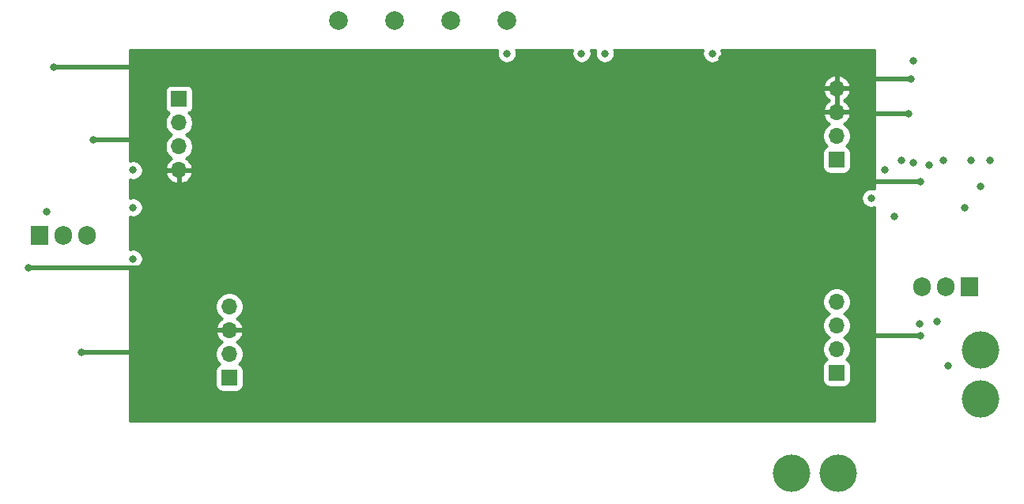
<source format=gbr>
%TF.GenerationSoftware,KiCad,Pcbnew,(5.1.6)-1*%
%TF.CreationDate,2020-11-02T11:11:50+01:00*%
%TF.ProjectId,ltz10v,6c747a31-3076-42e6-9b69-6361645f7063,rev?*%
%TF.SameCoordinates,Original*%
%TF.FileFunction,Copper,L2,Inr*%
%TF.FilePolarity,Positive*%
%FSLAX46Y46*%
G04 Gerber Fmt 4.6, Leading zero omitted, Abs format (unit mm)*
G04 Created by KiCad (PCBNEW (5.1.6)-1) date 2020-11-02 11:11:50*
%MOMM*%
%LPD*%
G01*
G04 APERTURE LIST*
%TA.AperFunction,ViaPad*%
%ADD10C,1.998980*%
%TD*%
%TA.AperFunction,ViaPad*%
%ADD11C,4.000500*%
%TD*%
%TA.AperFunction,ViaPad*%
%ADD12R,1.700000X1.700000*%
%TD*%
%TA.AperFunction,ViaPad*%
%ADD13O,1.700000X1.700000*%
%TD*%
%TA.AperFunction,ViaPad*%
%ADD14O,1.905000X2.000000*%
%TD*%
%TA.AperFunction,ViaPad*%
%ADD15R,1.905000X2.000000*%
%TD*%
%TA.AperFunction,ViaPad*%
%ADD16C,0.800000*%
%TD*%
%TA.AperFunction,Conductor*%
%ADD17C,0.500000*%
%TD*%
%TA.AperFunction,Conductor*%
%ADD18C,0.254000*%
%TD*%
G04 APERTURE END LIST*
D10*
%TO.N,Net-(J12-Pad1)*%
%TO.C,J12*%
X142500000Y-67500000D03*
%TD*%
%TO.N,Net-(C29-Pad2)*%
%TO.C,J11*%
X136500000Y-67500000D03*
%TD*%
%TO.N,Net-(J10-Pad1)*%
%TO.C,J10*%
X148500000Y-67500000D03*
%TD*%
%TO.N,Net-(J9-Pad1)*%
%TO.C,J9*%
X154500000Y-67500000D03*
%TD*%
D11*
%TO.N,Net-(D3-Pad2)*%
%TO.C,J8*%
X185000000Y-116000000D03*
%TD*%
%TO.N,Net-(D1-Pad2)*%
%TO.C,J3*%
X190000000Y-116000000D03*
%TD*%
D12*
%TO.N,/battery/11V*%
%TO.C,J1*%
X189819000Y-82369500D03*
D13*
X189819000Y-79829500D03*
%TO.N,GND*%
X189819000Y-77289500D03*
X189819000Y-74749500D03*
%TD*%
D14*
%TO.N,/temperature/sheet5FAD990D/H*%
%TO.C,Q3*%
X109580000Y-90500000D03*
%TO.N,+12V*%
X107040000Y-90500000D03*
D15*
%TO.N,Net-(Q3-Pad1)*%
X104500000Y-90500000D03*
%TD*%
D11*
%TO.N,GND*%
%TO.C,J6*%
X205250000Y-108000000D03*
%TD*%
%TO.N,Net-(J7-Pad1)*%
%TO.C,J7*%
X205250000Y-102750000D03*
%TD*%
D13*
%TO.N,GND*%
%TO.C,J4*%
X119397500Y-83512500D03*
%TO.N,/temperature/t_fb2*%
X119397500Y-80972500D03*
%TO.N,/temperature/t_fb1*%
X119397500Y-78432500D03*
D12*
%TO.N,Net-(J4-Pad1)*%
X119397500Y-75892500D03*
%TD*%
D14*
%TO.N,Net-(Q1-Pad3)*%
%TO.C,Q1*%
X198920000Y-96000000D03*
%TO.N,+15V*%
X201460000Y-96000000D03*
D15*
%TO.N,Net-(Q1-Pad1)*%
X204000000Y-96000000D03*
%TD*%
D13*
%TO.N,+5V*%
%TO.C,J5*%
X124795000Y-98117500D03*
%TO.N,GND*%
X124795000Y-100657500D03*
%TO.N,Net-(J5-Pad2)*%
X124795000Y-103197500D03*
D12*
%TO.N,Net-(J5-Pad1)*%
X124795000Y-105737500D03*
%TD*%
D13*
%TO.N,/buffer/Zener_drive-*%
%TO.C,J2*%
X189819000Y-97609500D03*
X189819000Y-100149500D03*
%TO.N,/buffer/Zener_drive+*%
X189819000Y-102689500D03*
D12*
X189819000Y-105229500D03*
%TD*%
D16*
%TO.N,GND*%
X109000000Y-103000000D03*
X103250000Y-94000000D03*
X110250000Y-80250000D03*
X106000000Y-72500000D03*
X188000000Y-90500000D03*
X188000000Y-73500000D03*
X188000000Y-107500000D03*
X188000000Y-81500000D03*
X188000000Y-99500000D03*
X197500000Y-77500000D03*
X197750000Y-73750000D03*
X198750000Y-101250000D03*
X193250000Y-90500000D03*
X198750000Y-84750000D03*
X193250000Y-109750000D03*
X123000000Y-110000000D03*
X133000000Y-110000000D03*
X143000000Y-110000000D03*
X153000000Y-110000000D03*
X163000000Y-110000000D03*
X168500000Y-110000000D03*
X176500000Y-110000000D03*
X193000000Y-108500000D03*
X191500000Y-108500000D03*
X191500000Y-110000000D03*
X174000000Y-71000000D03*
X152500000Y-108500000D03*
X177500000Y-71500000D03*
X167000000Y-71000000D03*
%TO.N,+15V*%
X199750000Y-83000000D03*
X198000000Y-71750000D03*
%TO.N,Net-(Q1-Pad1)*%
X206250000Y-82500000D03*
%TO.N,/temperature/sheet5FAD990D/H*%
X105250000Y-88000000D03*
%TO.N,Net-(Q2-Pad1)*%
X195000000Y-83500000D03*
X201750000Y-104500000D03*
%TO.N,Net-(R901-Pad1)*%
X196750000Y-82500000D03*
X203500000Y-87500000D03*
%TO.N,Net-(J7-Pad1)*%
X195967480Y-88500000D03*
%TO.N,Net-(C10-Pad1)*%
X204250000Y-82500000D03*
X205250000Y-85250000D03*
%TO.N,Net-(C11-Pad2)*%
X198000000Y-82750000D03*
X198725002Y-100000000D03*
%TO.N,Net-(C11-Pad1)*%
X201250000Y-82500000D03*
X200606725Y-99723038D03*
%TO.N,+12V*%
X193500000Y-86500000D03*
X114500000Y-83500000D03*
X114500000Y-87500000D03*
X114500000Y-93000000D03*
X162500000Y-71000000D03*
X176500000Y-71000000D03*
X154500000Y-71000000D03*
X165000000Y-71000000D03*
%TD*%
D17*
%TO.N,GND*%
X110250000Y-80250000D02*
X115250000Y-80250000D01*
X109000000Y-103000000D02*
X114750000Y-103000000D01*
X103250000Y-94000000D02*
X115000000Y-94000000D01*
X106000000Y-72500000D02*
X114750000Y-72500000D01*
X197500000Y-77500000D02*
X193500000Y-77500000D01*
X197750000Y-73750000D02*
X193250000Y-73750000D01*
X198750000Y-101250000D02*
X193250000Y-101250000D01*
X198750000Y-84750000D02*
X193250000Y-84750000D01*
%TD*%
D18*
%TO.N,GND*%
G36*
X153504774Y-70698102D02*
G01*
X153465000Y-70898061D01*
X153465000Y-71101939D01*
X153504774Y-71301898D01*
X153582795Y-71490256D01*
X153696063Y-71659774D01*
X153840226Y-71803937D01*
X154009744Y-71917205D01*
X154198102Y-71995226D01*
X154398061Y-72035000D01*
X154601939Y-72035000D01*
X154801898Y-71995226D01*
X154990256Y-71917205D01*
X155159774Y-71803937D01*
X155303937Y-71659774D01*
X155417205Y-71490256D01*
X155495226Y-71301898D01*
X155535000Y-71101939D01*
X155535000Y-70898061D01*
X155495226Y-70698102D01*
X155465774Y-70627000D01*
X161534226Y-70627000D01*
X161504774Y-70698102D01*
X161465000Y-70898061D01*
X161465000Y-71101939D01*
X161504774Y-71301898D01*
X161582795Y-71490256D01*
X161696063Y-71659774D01*
X161840226Y-71803937D01*
X162009744Y-71917205D01*
X162198102Y-71995226D01*
X162398061Y-72035000D01*
X162601939Y-72035000D01*
X162801898Y-71995226D01*
X162990256Y-71917205D01*
X163159774Y-71803937D01*
X163303937Y-71659774D01*
X163417205Y-71490256D01*
X163495226Y-71301898D01*
X163535000Y-71101939D01*
X163535000Y-70898061D01*
X163495226Y-70698102D01*
X163465774Y-70627000D01*
X164034226Y-70627000D01*
X164004774Y-70698102D01*
X163965000Y-70898061D01*
X163965000Y-71101939D01*
X164004774Y-71301898D01*
X164082795Y-71490256D01*
X164196063Y-71659774D01*
X164340226Y-71803937D01*
X164509744Y-71917205D01*
X164698102Y-71995226D01*
X164898061Y-72035000D01*
X165101939Y-72035000D01*
X165301898Y-71995226D01*
X165490256Y-71917205D01*
X165659774Y-71803937D01*
X165803937Y-71659774D01*
X165917205Y-71490256D01*
X165995226Y-71301898D01*
X166035000Y-71101939D01*
X166035000Y-70898061D01*
X165995226Y-70698102D01*
X165965774Y-70627000D01*
X175534226Y-70627000D01*
X175504774Y-70698102D01*
X175465000Y-70898061D01*
X175465000Y-71101939D01*
X175504774Y-71301898D01*
X175582795Y-71490256D01*
X175696063Y-71659774D01*
X175840226Y-71803937D01*
X176009744Y-71917205D01*
X176198102Y-71995226D01*
X176398061Y-72035000D01*
X176601939Y-72035000D01*
X176801898Y-71995226D01*
X176990256Y-71917205D01*
X177159774Y-71803937D01*
X177303937Y-71659774D01*
X177417205Y-71490256D01*
X177495226Y-71301898D01*
X177535000Y-71101939D01*
X177535000Y-70898061D01*
X177495226Y-70698102D01*
X177465774Y-70627000D01*
X193873000Y-70627000D01*
X193873000Y-85534226D01*
X193801898Y-85504774D01*
X193601939Y-85465000D01*
X193398061Y-85465000D01*
X193198102Y-85504774D01*
X193009744Y-85582795D01*
X192840226Y-85696063D01*
X192696063Y-85840226D01*
X192582795Y-86009744D01*
X192504774Y-86198102D01*
X192465000Y-86398061D01*
X192465000Y-86601939D01*
X192504774Y-86801898D01*
X192582795Y-86990256D01*
X192696063Y-87159774D01*
X192840226Y-87303937D01*
X193009744Y-87417205D01*
X193198102Y-87495226D01*
X193398061Y-87535000D01*
X193601939Y-87535000D01*
X193801898Y-87495226D01*
X193873000Y-87465774D01*
X193873000Y-110373000D01*
X114127000Y-110373000D01*
X114127000Y-104887500D01*
X123306928Y-104887500D01*
X123306928Y-106587500D01*
X123319188Y-106711982D01*
X123355498Y-106831680D01*
X123414463Y-106941994D01*
X123493815Y-107038685D01*
X123590506Y-107118037D01*
X123700820Y-107177002D01*
X123820518Y-107213312D01*
X123945000Y-107225572D01*
X125645000Y-107225572D01*
X125769482Y-107213312D01*
X125889180Y-107177002D01*
X125999494Y-107118037D01*
X126096185Y-107038685D01*
X126175537Y-106941994D01*
X126234502Y-106831680D01*
X126270812Y-106711982D01*
X126283072Y-106587500D01*
X126283072Y-104887500D01*
X126270812Y-104763018D01*
X126234502Y-104643320D01*
X126175537Y-104533006D01*
X126096185Y-104436315D01*
X126026956Y-104379500D01*
X188330928Y-104379500D01*
X188330928Y-106079500D01*
X188343188Y-106203982D01*
X188379498Y-106323680D01*
X188438463Y-106433994D01*
X188517815Y-106530685D01*
X188614506Y-106610037D01*
X188724820Y-106669002D01*
X188844518Y-106705312D01*
X188969000Y-106717572D01*
X190669000Y-106717572D01*
X190793482Y-106705312D01*
X190913180Y-106669002D01*
X191023494Y-106610037D01*
X191120185Y-106530685D01*
X191199537Y-106433994D01*
X191258502Y-106323680D01*
X191294812Y-106203982D01*
X191307072Y-106079500D01*
X191307072Y-104379500D01*
X191294812Y-104255018D01*
X191258502Y-104135320D01*
X191199537Y-104025006D01*
X191120185Y-103928315D01*
X191023494Y-103848963D01*
X190913180Y-103789998D01*
X190840620Y-103767987D01*
X190972475Y-103636132D01*
X191134990Y-103392911D01*
X191246932Y-103122658D01*
X191304000Y-102835760D01*
X191304000Y-102543240D01*
X191246932Y-102256342D01*
X191134990Y-101986089D01*
X190972475Y-101742868D01*
X190765632Y-101536025D01*
X190591240Y-101419500D01*
X190765632Y-101302975D01*
X190972475Y-101096132D01*
X191134990Y-100852911D01*
X191246932Y-100582658D01*
X191304000Y-100295760D01*
X191304000Y-100003240D01*
X191246932Y-99716342D01*
X191134990Y-99446089D01*
X190972475Y-99202868D01*
X190765632Y-98996025D01*
X190591240Y-98879500D01*
X190765632Y-98762975D01*
X190972475Y-98556132D01*
X191134990Y-98312911D01*
X191246932Y-98042658D01*
X191304000Y-97755760D01*
X191304000Y-97463240D01*
X191246932Y-97176342D01*
X191134990Y-96906089D01*
X190972475Y-96662868D01*
X190765632Y-96456025D01*
X190522411Y-96293510D01*
X190252158Y-96181568D01*
X189965260Y-96124500D01*
X189672740Y-96124500D01*
X189385842Y-96181568D01*
X189115589Y-96293510D01*
X188872368Y-96456025D01*
X188665525Y-96662868D01*
X188503010Y-96906089D01*
X188391068Y-97176342D01*
X188334000Y-97463240D01*
X188334000Y-97755760D01*
X188391068Y-98042658D01*
X188503010Y-98312911D01*
X188665525Y-98556132D01*
X188872368Y-98762975D01*
X189046760Y-98879500D01*
X188872368Y-98996025D01*
X188665525Y-99202868D01*
X188503010Y-99446089D01*
X188391068Y-99716342D01*
X188334000Y-100003240D01*
X188334000Y-100295760D01*
X188391068Y-100582658D01*
X188503010Y-100852911D01*
X188665525Y-101096132D01*
X188872368Y-101302975D01*
X189046760Y-101419500D01*
X188872368Y-101536025D01*
X188665525Y-101742868D01*
X188503010Y-101986089D01*
X188391068Y-102256342D01*
X188334000Y-102543240D01*
X188334000Y-102835760D01*
X188391068Y-103122658D01*
X188503010Y-103392911D01*
X188665525Y-103636132D01*
X188797380Y-103767987D01*
X188724820Y-103789998D01*
X188614506Y-103848963D01*
X188517815Y-103928315D01*
X188438463Y-104025006D01*
X188379498Y-104135320D01*
X188343188Y-104255018D01*
X188330928Y-104379500D01*
X126026956Y-104379500D01*
X125999494Y-104356963D01*
X125889180Y-104297998D01*
X125816620Y-104275987D01*
X125948475Y-104144132D01*
X126110990Y-103900911D01*
X126222932Y-103630658D01*
X126280000Y-103343760D01*
X126280000Y-103051240D01*
X126222932Y-102764342D01*
X126110990Y-102494089D01*
X125948475Y-102250868D01*
X125741632Y-102044025D01*
X125559466Y-101922305D01*
X125676355Y-101852678D01*
X125892588Y-101657769D01*
X126066641Y-101424420D01*
X126191825Y-101161599D01*
X126236476Y-101014390D01*
X126115155Y-100784500D01*
X124922000Y-100784500D01*
X124922000Y-100804500D01*
X124668000Y-100804500D01*
X124668000Y-100784500D01*
X123474845Y-100784500D01*
X123353524Y-101014390D01*
X123398175Y-101161599D01*
X123523359Y-101424420D01*
X123697412Y-101657769D01*
X123913645Y-101852678D01*
X124030534Y-101922305D01*
X123848368Y-102044025D01*
X123641525Y-102250868D01*
X123479010Y-102494089D01*
X123367068Y-102764342D01*
X123310000Y-103051240D01*
X123310000Y-103343760D01*
X123367068Y-103630658D01*
X123479010Y-103900911D01*
X123641525Y-104144132D01*
X123773380Y-104275987D01*
X123700820Y-104297998D01*
X123590506Y-104356963D01*
X123493815Y-104436315D01*
X123414463Y-104533006D01*
X123355498Y-104643320D01*
X123319188Y-104763018D01*
X123306928Y-104887500D01*
X114127000Y-104887500D01*
X114127000Y-97971240D01*
X123310000Y-97971240D01*
X123310000Y-98263760D01*
X123367068Y-98550658D01*
X123479010Y-98820911D01*
X123641525Y-99064132D01*
X123848368Y-99270975D01*
X124030534Y-99392695D01*
X123913645Y-99462322D01*
X123697412Y-99657231D01*
X123523359Y-99890580D01*
X123398175Y-100153401D01*
X123353524Y-100300610D01*
X123474845Y-100530500D01*
X124668000Y-100530500D01*
X124668000Y-100510500D01*
X124922000Y-100510500D01*
X124922000Y-100530500D01*
X126115155Y-100530500D01*
X126236476Y-100300610D01*
X126191825Y-100153401D01*
X126066641Y-99890580D01*
X125892588Y-99657231D01*
X125676355Y-99462322D01*
X125559466Y-99392695D01*
X125741632Y-99270975D01*
X125948475Y-99064132D01*
X126110990Y-98820911D01*
X126222932Y-98550658D01*
X126280000Y-98263760D01*
X126280000Y-97971240D01*
X126222932Y-97684342D01*
X126110990Y-97414089D01*
X125948475Y-97170868D01*
X125741632Y-96964025D01*
X125498411Y-96801510D01*
X125228158Y-96689568D01*
X124941260Y-96632500D01*
X124648740Y-96632500D01*
X124361842Y-96689568D01*
X124091589Y-96801510D01*
X123848368Y-96964025D01*
X123641525Y-97170868D01*
X123479010Y-97414089D01*
X123367068Y-97684342D01*
X123310000Y-97971240D01*
X114127000Y-97971240D01*
X114127000Y-93965774D01*
X114198102Y-93995226D01*
X114398061Y-94035000D01*
X114601939Y-94035000D01*
X114801898Y-93995226D01*
X114990256Y-93917205D01*
X115159774Y-93803937D01*
X115303937Y-93659774D01*
X115417205Y-93490256D01*
X115495226Y-93301898D01*
X115535000Y-93101939D01*
X115535000Y-92898061D01*
X115495226Y-92698102D01*
X115417205Y-92509744D01*
X115303937Y-92340226D01*
X115159774Y-92196063D01*
X114990256Y-92082795D01*
X114801898Y-92004774D01*
X114601939Y-91965000D01*
X114398061Y-91965000D01*
X114198102Y-92004774D01*
X114127000Y-92034226D01*
X114127000Y-88465774D01*
X114198102Y-88495226D01*
X114398061Y-88535000D01*
X114601939Y-88535000D01*
X114801898Y-88495226D01*
X114990256Y-88417205D01*
X115159774Y-88303937D01*
X115303937Y-88159774D01*
X115417205Y-87990256D01*
X115495226Y-87801898D01*
X115535000Y-87601939D01*
X115535000Y-87398061D01*
X115495226Y-87198102D01*
X115417205Y-87009744D01*
X115303937Y-86840226D01*
X115159774Y-86696063D01*
X114990256Y-86582795D01*
X114801898Y-86504774D01*
X114601939Y-86465000D01*
X114398061Y-86465000D01*
X114198102Y-86504774D01*
X114127000Y-86534226D01*
X114127000Y-84465774D01*
X114198102Y-84495226D01*
X114398061Y-84535000D01*
X114601939Y-84535000D01*
X114801898Y-84495226D01*
X114990256Y-84417205D01*
X115159774Y-84303937D01*
X115303937Y-84159774D01*
X115417205Y-83990256D01*
X115467269Y-83869390D01*
X117956024Y-83869390D01*
X118000675Y-84016599D01*
X118125859Y-84279420D01*
X118299912Y-84512769D01*
X118516145Y-84707678D01*
X118766248Y-84856657D01*
X119040609Y-84953981D01*
X119270500Y-84833314D01*
X119270500Y-83639500D01*
X119524500Y-83639500D01*
X119524500Y-84833314D01*
X119754391Y-84953981D01*
X120028752Y-84856657D01*
X120278855Y-84707678D01*
X120495088Y-84512769D01*
X120669141Y-84279420D01*
X120794325Y-84016599D01*
X120838976Y-83869390D01*
X120717655Y-83639500D01*
X119524500Y-83639500D01*
X119270500Y-83639500D01*
X118077345Y-83639500D01*
X117956024Y-83869390D01*
X115467269Y-83869390D01*
X115495226Y-83801898D01*
X115535000Y-83601939D01*
X115535000Y-83398061D01*
X115495226Y-83198102D01*
X115417205Y-83009744D01*
X115303937Y-82840226D01*
X115159774Y-82696063D01*
X114990256Y-82582795D01*
X114801898Y-82504774D01*
X114601939Y-82465000D01*
X114398061Y-82465000D01*
X114198102Y-82504774D01*
X114127000Y-82534226D01*
X114127000Y-75042500D01*
X117909428Y-75042500D01*
X117909428Y-76742500D01*
X117921688Y-76866982D01*
X117957998Y-76986680D01*
X118016963Y-77096994D01*
X118096315Y-77193685D01*
X118193006Y-77273037D01*
X118303320Y-77332002D01*
X118375880Y-77354013D01*
X118244025Y-77485868D01*
X118081510Y-77729089D01*
X117969568Y-77999342D01*
X117912500Y-78286240D01*
X117912500Y-78578760D01*
X117969568Y-78865658D01*
X118081510Y-79135911D01*
X118244025Y-79379132D01*
X118450868Y-79585975D01*
X118625260Y-79702500D01*
X118450868Y-79819025D01*
X118244025Y-80025868D01*
X118081510Y-80269089D01*
X117969568Y-80539342D01*
X117912500Y-80826240D01*
X117912500Y-81118760D01*
X117969568Y-81405658D01*
X118081510Y-81675911D01*
X118244025Y-81919132D01*
X118450868Y-82125975D01*
X118633034Y-82247695D01*
X118516145Y-82317322D01*
X118299912Y-82512231D01*
X118125859Y-82745580D01*
X118000675Y-83008401D01*
X117956024Y-83155610D01*
X118077345Y-83385500D01*
X119270500Y-83385500D01*
X119270500Y-83365500D01*
X119524500Y-83365500D01*
X119524500Y-83385500D01*
X120717655Y-83385500D01*
X120838976Y-83155610D01*
X120794325Y-83008401D01*
X120669141Y-82745580D01*
X120495088Y-82512231D01*
X120278855Y-82317322D01*
X120161966Y-82247695D01*
X120344132Y-82125975D01*
X120550975Y-81919132D01*
X120713490Y-81675911D01*
X120778277Y-81519500D01*
X188330928Y-81519500D01*
X188330928Y-83219500D01*
X188343188Y-83343982D01*
X188379498Y-83463680D01*
X188438463Y-83573994D01*
X188517815Y-83670685D01*
X188614506Y-83750037D01*
X188724820Y-83809002D01*
X188844518Y-83845312D01*
X188969000Y-83857572D01*
X190669000Y-83857572D01*
X190793482Y-83845312D01*
X190913180Y-83809002D01*
X191023494Y-83750037D01*
X191120185Y-83670685D01*
X191199537Y-83573994D01*
X191258502Y-83463680D01*
X191294812Y-83343982D01*
X191307072Y-83219500D01*
X191307072Y-81519500D01*
X191294812Y-81395018D01*
X191258502Y-81275320D01*
X191199537Y-81165006D01*
X191120185Y-81068315D01*
X191023494Y-80988963D01*
X190913180Y-80929998D01*
X190840620Y-80907987D01*
X190972475Y-80776132D01*
X191134990Y-80532911D01*
X191246932Y-80262658D01*
X191304000Y-79975760D01*
X191304000Y-79683240D01*
X191246932Y-79396342D01*
X191134990Y-79126089D01*
X190972475Y-78882868D01*
X190765632Y-78676025D01*
X190583466Y-78554305D01*
X190700355Y-78484678D01*
X190916588Y-78289769D01*
X191090641Y-78056420D01*
X191215825Y-77793599D01*
X191260476Y-77646390D01*
X191139155Y-77416500D01*
X189946000Y-77416500D01*
X189946000Y-77436500D01*
X189692000Y-77436500D01*
X189692000Y-77416500D01*
X188498845Y-77416500D01*
X188377524Y-77646390D01*
X188422175Y-77793599D01*
X188547359Y-78056420D01*
X188721412Y-78289769D01*
X188937645Y-78484678D01*
X189054534Y-78554305D01*
X188872368Y-78676025D01*
X188665525Y-78882868D01*
X188503010Y-79126089D01*
X188391068Y-79396342D01*
X188334000Y-79683240D01*
X188334000Y-79975760D01*
X188391068Y-80262658D01*
X188503010Y-80532911D01*
X188665525Y-80776132D01*
X188797380Y-80907987D01*
X188724820Y-80929998D01*
X188614506Y-80988963D01*
X188517815Y-81068315D01*
X188438463Y-81165006D01*
X188379498Y-81275320D01*
X188343188Y-81395018D01*
X188330928Y-81519500D01*
X120778277Y-81519500D01*
X120825432Y-81405658D01*
X120882500Y-81118760D01*
X120882500Y-80826240D01*
X120825432Y-80539342D01*
X120713490Y-80269089D01*
X120550975Y-80025868D01*
X120344132Y-79819025D01*
X120169740Y-79702500D01*
X120344132Y-79585975D01*
X120550975Y-79379132D01*
X120713490Y-79135911D01*
X120825432Y-78865658D01*
X120882500Y-78578760D01*
X120882500Y-78286240D01*
X120825432Y-77999342D01*
X120713490Y-77729089D01*
X120550975Y-77485868D01*
X120419120Y-77354013D01*
X120491680Y-77332002D01*
X120601994Y-77273037D01*
X120698685Y-77193685D01*
X120778037Y-77096994D01*
X120837002Y-76986680D01*
X120873312Y-76866982D01*
X120885572Y-76742500D01*
X120885572Y-75106390D01*
X188377524Y-75106390D01*
X188422175Y-75253599D01*
X188547359Y-75516420D01*
X188721412Y-75749769D01*
X188937645Y-75944678D01*
X189063255Y-76019500D01*
X188937645Y-76094322D01*
X188721412Y-76289231D01*
X188547359Y-76522580D01*
X188422175Y-76785401D01*
X188377524Y-76932610D01*
X188498845Y-77162500D01*
X189692000Y-77162500D01*
X189692000Y-74876500D01*
X189946000Y-74876500D01*
X189946000Y-77162500D01*
X191139155Y-77162500D01*
X191260476Y-76932610D01*
X191215825Y-76785401D01*
X191090641Y-76522580D01*
X190916588Y-76289231D01*
X190700355Y-76094322D01*
X190574745Y-76019500D01*
X190700355Y-75944678D01*
X190916588Y-75749769D01*
X191090641Y-75516420D01*
X191215825Y-75253599D01*
X191260476Y-75106390D01*
X191139155Y-74876500D01*
X189946000Y-74876500D01*
X189692000Y-74876500D01*
X188498845Y-74876500D01*
X188377524Y-75106390D01*
X120885572Y-75106390D01*
X120885572Y-75042500D01*
X120873312Y-74918018D01*
X120837002Y-74798320D01*
X120778037Y-74688006D01*
X120698685Y-74591315D01*
X120601994Y-74511963D01*
X120491680Y-74452998D01*
X120371982Y-74416688D01*
X120247500Y-74404428D01*
X118547500Y-74404428D01*
X118423018Y-74416688D01*
X118303320Y-74452998D01*
X118193006Y-74511963D01*
X118096315Y-74591315D01*
X118016963Y-74688006D01*
X117957998Y-74798320D01*
X117921688Y-74918018D01*
X117909428Y-75042500D01*
X114127000Y-75042500D01*
X114127000Y-74392610D01*
X188377524Y-74392610D01*
X188498845Y-74622500D01*
X189692000Y-74622500D01*
X189692000Y-73428686D01*
X189946000Y-73428686D01*
X189946000Y-74622500D01*
X191139155Y-74622500D01*
X191260476Y-74392610D01*
X191215825Y-74245401D01*
X191090641Y-73982580D01*
X190916588Y-73749231D01*
X190700355Y-73554322D01*
X190450252Y-73405343D01*
X190175891Y-73308019D01*
X189946000Y-73428686D01*
X189692000Y-73428686D01*
X189462109Y-73308019D01*
X189187748Y-73405343D01*
X188937645Y-73554322D01*
X188721412Y-73749231D01*
X188547359Y-73982580D01*
X188422175Y-74245401D01*
X188377524Y-74392610D01*
X114127000Y-74392610D01*
X114127000Y-70627000D01*
X153534226Y-70627000D01*
X153504774Y-70698102D01*
G37*
X153504774Y-70698102D02*
X153465000Y-70898061D01*
X153465000Y-71101939D01*
X153504774Y-71301898D01*
X153582795Y-71490256D01*
X153696063Y-71659774D01*
X153840226Y-71803937D01*
X154009744Y-71917205D01*
X154198102Y-71995226D01*
X154398061Y-72035000D01*
X154601939Y-72035000D01*
X154801898Y-71995226D01*
X154990256Y-71917205D01*
X155159774Y-71803937D01*
X155303937Y-71659774D01*
X155417205Y-71490256D01*
X155495226Y-71301898D01*
X155535000Y-71101939D01*
X155535000Y-70898061D01*
X155495226Y-70698102D01*
X155465774Y-70627000D01*
X161534226Y-70627000D01*
X161504774Y-70698102D01*
X161465000Y-70898061D01*
X161465000Y-71101939D01*
X161504774Y-71301898D01*
X161582795Y-71490256D01*
X161696063Y-71659774D01*
X161840226Y-71803937D01*
X162009744Y-71917205D01*
X162198102Y-71995226D01*
X162398061Y-72035000D01*
X162601939Y-72035000D01*
X162801898Y-71995226D01*
X162990256Y-71917205D01*
X163159774Y-71803937D01*
X163303937Y-71659774D01*
X163417205Y-71490256D01*
X163495226Y-71301898D01*
X163535000Y-71101939D01*
X163535000Y-70898061D01*
X163495226Y-70698102D01*
X163465774Y-70627000D01*
X164034226Y-70627000D01*
X164004774Y-70698102D01*
X163965000Y-70898061D01*
X163965000Y-71101939D01*
X164004774Y-71301898D01*
X164082795Y-71490256D01*
X164196063Y-71659774D01*
X164340226Y-71803937D01*
X164509744Y-71917205D01*
X164698102Y-71995226D01*
X164898061Y-72035000D01*
X165101939Y-72035000D01*
X165301898Y-71995226D01*
X165490256Y-71917205D01*
X165659774Y-71803937D01*
X165803937Y-71659774D01*
X165917205Y-71490256D01*
X165995226Y-71301898D01*
X166035000Y-71101939D01*
X166035000Y-70898061D01*
X165995226Y-70698102D01*
X165965774Y-70627000D01*
X175534226Y-70627000D01*
X175504774Y-70698102D01*
X175465000Y-70898061D01*
X175465000Y-71101939D01*
X175504774Y-71301898D01*
X175582795Y-71490256D01*
X175696063Y-71659774D01*
X175840226Y-71803937D01*
X176009744Y-71917205D01*
X176198102Y-71995226D01*
X176398061Y-72035000D01*
X176601939Y-72035000D01*
X176801898Y-71995226D01*
X176990256Y-71917205D01*
X177159774Y-71803937D01*
X177303937Y-71659774D01*
X177417205Y-71490256D01*
X177495226Y-71301898D01*
X177535000Y-71101939D01*
X177535000Y-70898061D01*
X177495226Y-70698102D01*
X177465774Y-70627000D01*
X193873000Y-70627000D01*
X193873000Y-85534226D01*
X193801898Y-85504774D01*
X193601939Y-85465000D01*
X193398061Y-85465000D01*
X193198102Y-85504774D01*
X193009744Y-85582795D01*
X192840226Y-85696063D01*
X192696063Y-85840226D01*
X192582795Y-86009744D01*
X192504774Y-86198102D01*
X192465000Y-86398061D01*
X192465000Y-86601939D01*
X192504774Y-86801898D01*
X192582795Y-86990256D01*
X192696063Y-87159774D01*
X192840226Y-87303937D01*
X193009744Y-87417205D01*
X193198102Y-87495226D01*
X193398061Y-87535000D01*
X193601939Y-87535000D01*
X193801898Y-87495226D01*
X193873000Y-87465774D01*
X193873000Y-110373000D01*
X114127000Y-110373000D01*
X114127000Y-104887500D01*
X123306928Y-104887500D01*
X123306928Y-106587500D01*
X123319188Y-106711982D01*
X123355498Y-106831680D01*
X123414463Y-106941994D01*
X123493815Y-107038685D01*
X123590506Y-107118037D01*
X123700820Y-107177002D01*
X123820518Y-107213312D01*
X123945000Y-107225572D01*
X125645000Y-107225572D01*
X125769482Y-107213312D01*
X125889180Y-107177002D01*
X125999494Y-107118037D01*
X126096185Y-107038685D01*
X126175537Y-106941994D01*
X126234502Y-106831680D01*
X126270812Y-106711982D01*
X126283072Y-106587500D01*
X126283072Y-104887500D01*
X126270812Y-104763018D01*
X126234502Y-104643320D01*
X126175537Y-104533006D01*
X126096185Y-104436315D01*
X126026956Y-104379500D01*
X188330928Y-104379500D01*
X188330928Y-106079500D01*
X188343188Y-106203982D01*
X188379498Y-106323680D01*
X188438463Y-106433994D01*
X188517815Y-106530685D01*
X188614506Y-106610037D01*
X188724820Y-106669002D01*
X188844518Y-106705312D01*
X188969000Y-106717572D01*
X190669000Y-106717572D01*
X190793482Y-106705312D01*
X190913180Y-106669002D01*
X191023494Y-106610037D01*
X191120185Y-106530685D01*
X191199537Y-106433994D01*
X191258502Y-106323680D01*
X191294812Y-106203982D01*
X191307072Y-106079500D01*
X191307072Y-104379500D01*
X191294812Y-104255018D01*
X191258502Y-104135320D01*
X191199537Y-104025006D01*
X191120185Y-103928315D01*
X191023494Y-103848963D01*
X190913180Y-103789998D01*
X190840620Y-103767987D01*
X190972475Y-103636132D01*
X191134990Y-103392911D01*
X191246932Y-103122658D01*
X191304000Y-102835760D01*
X191304000Y-102543240D01*
X191246932Y-102256342D01*
X191134990Y-101986089D01*
X190972475Y-101742868D01*
X190765632Y-101536025D01*
X190591240Y-101419500D01*
X190765632Y-101302975D01*
X190972475Y-101096132D01*
X191134990Y-100852911D01*
X191246932Y-100582658D01*
X191304000Y-100295760D01*
X191304000Y-100003240D01*
X191246932Y-99716342D01*
X191134990Y-99446089D01*
X190972475Y-99202868D01*
X190765632Y-98996025D01*
X190591240Y-98879500D01*
X190765632Y-98762975D01*
X190972475Y-98556132D01*
X191134990Y-98312911D01*
X191246932Y-98042658D01*
X191304000Y-97755760D01*
X191304000Y-97463240D01*
X191246932Y-97176342D01*
X191134990Y-96906089D01*
X190972475Y-96662868D01*
X190765632Y-96456025D01*
X190522411Y-96293510D01*
X190252158Y-96181568D01*
X189965260Y-96124500D01*
X189672740Y-96124500D01*
X189385842Y-96181568D01*
X189115589Y-96293510D01*
X188872368Y-96456025D01*
X188665525Y-96662868D01*
X188503010Y-96906089D01*
X188391068Y-97176342D01*
X188334000Y-97463240D01*
X188334000Y-97755760D01*
X188391068Y-98042658D01*
X188503010Y-98312911D01*
X188665525Y-98556132D01*
X188872368Y-98762975D01*
X189046760Y-98879500D01*
X188872368Y-98996025D01*
X188665525Y-99202868D01*
X188503010Y-99446089D01*
X188391068Y-99716342D01*
X188334000Y-100003240D01*
X188334000Y-100295760D01*
X188391068Y-100582658D01*
X188503010Y-100852911D01*
X188665525Y-101096132D01*
X188872368Y-101302975D01*
X189046760Y-101419500D01*
X188872368Y-101536025D01*
X188665525Y-101742868D01*
X188503010Y-101986089D01*
X188391068Y-102256342D01*
X188334000Y-102543240D01*
X188334000Y-102835760D01*
X188391068Y-103122658D01*
X188503010Y-103392911D01*
X188665525Y-103636132D01*
X188797380Y-103767987D01*
X188724820Y-103789998D01*
X188614506Y-103848963D01*
X188517815Y-103928315D01*
X188438463Y-104025006D01*
X188379498Y-104135320D01*
X188343188Y-104255018D01*
X188330928Y-104379500D01*
X126026956Y-104379500D01*
X125999494Y-104356963D01*
X125889180Y-104297998D01*
X125816620Y-104275987D01*
X125948475Y-104144132D01*
X126110990Y-103900911D01*
X126222932Y-103630658D01*
X126280000Y-103343760D01*
X126280000Y-103051240D01*
X126222932Y-102764342D01*
X126110990Y-102494089D01*
X125948475Y-102250868D01*
X125741632Y-102044025D01*
X125559466Y-101922305D01*
X125676355Y-101852678D01*
X125892588Y-101657769D01*
X126066641Y-101424420D01*
X126191825Y-101161599D01*
X126236476Y-101014390D01*
X126115155Y-100784500D01*
X124922000Y-100784500D01*
X124922000Y-100804500D01*
X124668000Y-100804500D01*
X124668000Y-100784500D01*
X123474845Y-100784500D01*
X123353524Y-101014390D01*
X123398175Y-101161599D01*
X123523359Y-101424420D01*
X123697412Y-101657769D01*
X123913645Y-101852678D01*
X124030534Y-101922305D01*
X123848368Y-102044025D01*
X123641525Y-102250868D01*
X123479010Y-102494089D01*
X123367068Y-102764342D01*
X123310000Y-103051240D01*
X123310000Y-103343760D01*
X123367068Y-103630658D01*
X123479010Y-103900911D01*
X123641525Y-104144132D01*
X123773380Y-104275987D01*
X123700820Y-104297998D01*
X123590506Y-104356963D01*
X123493815Y-104436315D01*
X123414463Y-104533006D01*
X123355498Y-104643320D01*
X123319188Y-104763018D01*
X123306928Y-104887500D01*
X114127000Y-104887500D01*
X114127000Y-97971240D01*
X123310000Y-97971240D01*
X123310000Y-98263760D01*
X123367068Y-98550658D01*
X123479010Y-98820911D01*
X123641525Y-99064132D01*
X123848368Y-99270975D01*
X124030534Y-99392695D01*
X123913645Y-99462322D01*
X123697412Y-99657231D01*
X123523359Y-99890580D01*
X123398175Y-100153401D01*
X123353524Y-100300610D01*
X123474845Y-100530500D01*
X124668000Y-100530500D01*
X124668000Y-100510500D01*
X124922000Y-100510500D01*
X124922000Y-100530500D01*
X126115155Y-100530500D01*
X126236476Y-100300610D01*
X126191825Y-100153401D01*
X126066641Y-99890580D01*
X125892588Y-99657231D01*
X125676355Y-99462322D01*
X125559466Y-99392695D01*
X125741632Y-99270975D01*
X125948475Y-99064132D01*
X126110990Y-98820911D01*
X126222932Y-98550658D01*
X126280000Y-98263760D01*
X126280000Y-97971240D01*
X126222932Y-97684342D01*
X126110990Y-97414089D01*
X125948475Y-97170868D01*
X125741632Y-96964025D01*
X125498411Y-96801510D01*
X125228158Y-96689568D01*
X124941260Y-96632500D01*
X124648740Y-96632500D01*
X124361842Y-96689568D01*
X124091589Y-96801510D01*
X123848368Y-96964025D01*
X123641525Y-97170868D01*
X123479010Y-97414089D01*
X123367068Y-97684342D01*
X123310000Y-97971240D01*
X114127000Y-97971240D01*
X114127000Y-93965774D01*
X114198102Y-93995226D01*
X114398061Y-94035000D01*
X114601939Y-94035000D01*
X114801898Y-93995226D01*
X114990256Y-93917205D01*
X115159774Y-93803937D01*
X115303937Y-93659774D01*
X115417205Y-93490256D01*
X115495226Y-93301898D01*
X115535000Y-93101939D01*
X115535000Y-92898061D01*
X115495226Y-92698102D01*
X115417205Y-92509744D01*
X115303937Y-92340226D01*
X115159774Y-92196063D01*
X114990256Y-92082795D01*
X114801898Y-92004774D01*
X114601939Y-91965000D01*
X114398061Y-91965000D01*
X114198102Y-92004774D01*
X114127000Y-92034226D01*
X114127000Y-88465774D01*
X114198102Y-88495226D01*
X114398061Y-88535000D01*
X114601939Y-88535000D01*
X114801898Y-88495226D01*
X114990256Y-88417205D01*
X115159774Y-88303937D01*
X115303937Y-88159774D01*
X115417205Y-87990256D01*
X115495226Y-87801898D01*
X115535000Y-87601939D01*
X115535000Y-87398061D01*
X115495226Y-87198102D01*
X115417205Y-87009744D01*
X115303937Y-86840226D01*
X115159774Y-86696063D01*
X114990256Y-86582795D01*
X114801898Y-86504774D01*
X114601939Y-86465000D01*
X114398061Y-86465000D01*
X114198102Y-86504774D01*
X114127000Y-86534226D01*
X114127000Y-84465774D01*
X114198102Y-84495226D01*
X114398061Y-84535000D01*
X114601939Y-84535000D01*
X114801898Y-84495226D01*
X114990256Y-84417205D01*
X115159774Y-84303937D01*
X115303937Y-84159774D01*
X115417205Y-83990256D01*
X115467269Y-83869390D01*
X117956024Y-83869390D01*
X118000675Y-84016599D01*
X118125859Y-84279420D01*
X118299912Y-84512769D01*
X118516145Y-84707678D01*
X118766248Y-84856657D01*
X119040609Y-84953981D01*
X119270500Y-84833314D01*
X119270500Y-83639500D01*
X119524500Y-83639500D01*
X119524500Y-84833314D01*
X119754391Y-84953981D01*
X120028752Y-84856657D01*
X120278855Y-84707678D01*
X120495088Y-84512769D01*
X120669141Y-84279420D01*
X120794325Y-84016599D01*
X120838976Y-83869390D01*
X120717655Y-83639500D01*
X119524500Y-83639500D01*
X119270500Y-83639500D01*
X118077345Y-83639500D01*
X117956024Y-83869390D01*
X115467269Y-83869390D01*
X115495226Y-83801898D01*
X115535000Y-83601939D01*
X115535000Y-83398061D01*
X115495226Y-83198102D01*
X115417205Y-83009744D01*
X115303937Y-82840226D01*
X115159774Y-82696063D01*
X114990256Y-82582795D01*
X114801898Y-82504774D01*
X114601939Y-82465000D01*
X114398061Y-82465000D01*
X114198102Y-82504774D01*
X114127000Y-82534226D01*
X114127000Y-75042500D01*
X117909428Y-75042500D01*
X117909428Y-76742500D01*
X117921688Y-76866982D01*
X117957998Y-76986680D01*
X118016963Y-77096994D01*
X118096315Y-77193685D01*
X118193006Y-77273037D01*
X118303320Y-77332002D01*
X118375880Y-77354013D01*
X118244025Y-77485868D01*
X118081510Y-77729089D01*
X117969568Y-77999342D01*
X117912500Y-78286240D01*
X117912500Y-78578760D01*
X117969568Y-78865658D01*
X118081510Y-79135911D01*
X118244025Y-79379132D01*
X118450868Y-79585975D01*
X118625260Y-79702500D01*
X118450868Y-79819025D01*
X118244025Y-80025868D01*
X118081510Y-80269089D01*
X117969568Y-80539342D01*
X117912500Y-80826240D01*
X117912500Y-81118760D01*
X117969568Y-81405658D01*
X118081510Y-81675911D01*
X118244025Y-81919132D01*
X118450868Y-82125975D01*
X118633034Y-82247695D01*
X118516145Y-82317322D01*
X118299912Y-82512231D01*
X118125859Y-82745580D01*
X118000675Y-83008401D01*
X117956024Y-83155610D01*
X118077345Y-83385500D01*
X119270500Y-83385500D01*
X119270500Y-83365500D01*
X119524500Y-83365500D01*
X119524500Y-83385500D01*
X120717655Y-83385500D01*
X120838976Y-83155610D01*
X120794325Y-83008401D01*
X120669141Y-82745580D01*
X120495088Y-82512231D01*
X120278855Y-82317322D01*
X120161966Y-82247695D01*
X120344132Y-82125975D01*
X120550975Y-81919132D01*
X120713490Y-81675911D01*
X120778277Y-81519500D01*
X188330928Y-81519500D01*
X188330928Y-83219500D01*
X188343188Y-83343982D01*
X188379498Y-83463680D01*
X188438463Y-83573994D01*
X188517815Y-83670685D01*
X188614506Y-83750037D01*
X188724820Y-83809002D01*
X188844518Y-83845312D01*
X188969000Y-83857572D01*
X190669000Y-83857572D01*
X190793482Y-83845312D01*
X190913180Y-83809002D01*
X191023494Y-83750037D01*
X191120185Y-83670685D01*
X191199537Y-83573994D01*
X191258502Y-83463680D01*
X191294812Y-83343982D01*
X191307072Y-83219500D01*
X191307072Y-81519500D01*
X191294812Y-81395018D01*
X191258502Y-81275320D01*
X191199537Y-81165006D01*
X191120185Y-81068315D01*
X191023494Y-80988963D01*
X190913180Y-80929998D01*
X190840620Y-80907987D01*
X190972475Y-80776132D01*
X191134990Y-80532911D01*
X191246932Y-80262658D01*
X191304000Y-79975760D01*
X191304000Y-79683240D01*
X191246932Y-79396342D01*
X191134990Y-79126089D01*
X190972475Y-78882868D01*
X190765632Y-78676025D01*
X190583466Y-78554305D01*
X190700355Y-78484678D01*
X190916588Y-78289769D01*
X191090641Y-78056420D01*
X191215825Y-77793599D01*
X191260476Y-77646390D01*
X191139155Y-77416500D01*
X189946000Y-77416500D01*
X189946000Y-77436500D01*
X189692000Y-77436500D01*
X189692000Y-77416500D01*
X188498845Y-77416500D01*
X188377524Y-77646390D01*
X188422175Y-77793599D01*
X188547359Y-78056420D01*
X188721412Y-78289769D01*
X188937645Y-78484678D01*
X189054534Y-78554305D01*
X188872368Y-78676025D01*
X188665525Y-78882868D01*
X188503010Y-79126089D01*
X188391068Y-79396342D01*
X188334000Y-79683240D01*
X188334000Y-79975760D01*
X188391068Y-80262658D01*
X188503010Y-80532911D01*
X188665525Y-80776132D01*
X188797380Y-80907987D01*
X188724820Y-80929998D01*
X188614506Y-80988963D01*
X188517815Y-81068315D01*
X188438463Y-81165006D01*
X188379498Y-81275320D01*
X188343188Y-81395018D01*
X188330928Y-81519500D01*
X120778277Y-81519500D01*
X120825432Y-81405658D01*
X120882500Y-81118760D01*
X120882500Y-80826240D01*
X120825432Y-80539342D01*
X120713490Y-80269089D01*
X120550975Y-80025868D01*
X120344132Y-79819025D01*
X120169740Y-79702500D01*
X120344132Y-79585975D01*
X120550975Y-79379132D01*
X120713490Y-79135911D01*
X120825432Y-78865658D01*
X120882500Y-78578760D01*
X120882500Y-78286240D01*
X120825432Y-77999342D01*
X120713490Y-77729089D01*
X120550975Y-77485868D01*
X120419120Y-77354013D01*
X120491680Y-77332002D01*
X120601994Y-77273037D01*
X120698685Y-77193685D01*
X120778037Y-77096994D01*
X120837002Y-76986680D01*
X120873312Y-76866982D01*
X120885572Y-76742500D01*
X120885572Y-75106390D01*
X188377524Y-75106390D01*
X188422175Y-75253599D01*
X188547359Y-75516420D01*
X188721412Y-75749769D01*
X188937645Y-75944678D01*
X189063255Y-76019500D01*
X188937645Y-76094322D01*
X188721412Y-76289231D01*
X188547359Y-76522580D01*
X188422175Y-76785401D01*
X188377524Y-76932610D01*
X188498845Y-77162500D01*
X189692000Y-77162500D01*
X189692000Y-74876500D01*
X189946000Y-74876500D01*
X189946000Y-77162500D01*
X191139155Y-77162500D01*
X191260476Y-76932610D01*
X191215825Y-76785401D01*
X191090641Y-76522580D01*
X190916588Y-76289231D01*
X190700355Y-76094322D01*
X190574745Y-76019500D01*
X190700355Y-75944678D01*
X190916588Y-75749769D01*
X191090641Y-75516420D01*
X191215825Y-75253599D01*
X191260476Y-75106390D01*
X191139155Y-74876500D01*
X189946000Y-74876500D01*
X189692000Y-74876500D01*
X188498845Y-74876500D01*
X188377524Y-75106390D01*
X120885572Y-75106390D01*
X120885572Y-75042500D01*
X120873312Y-74918018D01*
X120837002Y-74798320D01*
X120778037Y-74688006D01*
X120698685Y-74591315D01*
X120601994Y-74511963D01*
X120491680Y-74452998D01*
X120371982Y-74416688D01*
X120247500Y-74404428D01*
X118547500Y-74404428D01*
X118423018Y-74416688D01*
X118303320Y-74452998D01*
X118193006Y-74511963D01*
X118096315Y-74591315D01*
X118016963Y-74688006D01*
X117957998Y-74798320D01*
X117921688Y-74918018D01*
X117909428Y-75042500D01*
X114127000Y-75042500D01*
X114127000Y-74392610D01*
X188377524Y-74392610D01*
X188498845Y-74622500D01*
X189692000Y-74622500D01*
X189692000Y-73428686D01*
X189946000Y-73428686D01*
X189946000Y-74622500D01*
X191139155Y-74622500D01*
X191260476Y-74392610D01*
X191215825Y-74245401D01*
X191090641Y-73982580D01*
X190916588Y-73749231D01*
X190700355Y-73554322D01*
X190450252Y-73405343D01*
X190175891Y-73308019D01*
X189946000Y-73428686D01*
X189692000Y-73428686D01*
X189462109Y-73308019D01*
X189187748Y-73405343D01*
X188937645Y-73554322D01*
X188721412Y-73749231D01*
X188547359Y-73982580D01*
X188422175Y-74245401D01*
X188377524Y-74392610D01*
X114127000Y-74392610D01*
X114127000Y-70627000D01*
X153534226Y-70627000D01*
X153504774Y-70698102D01*
%TD*%
M02*

</source>
